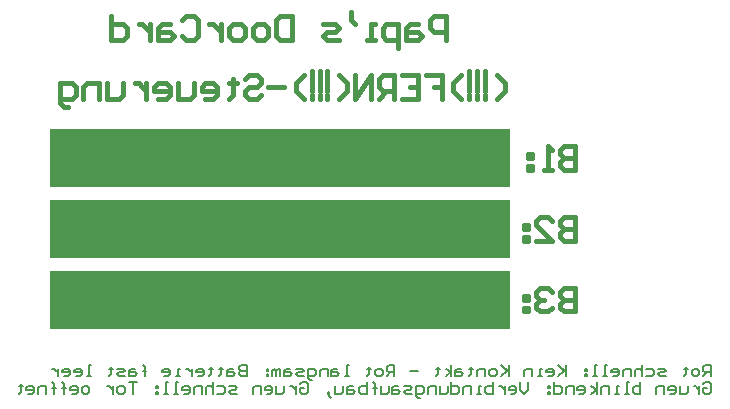
<source format=gbo>
G04*
G04 #@! TF.GenerationSoftware,Altium Limited,Altium Designer,19.0.15 (446)*
G04*
G04 Layer_Color=32896*
%FSLAX25Y25*%
%MOIN*%
G70*
G01*
G75*
%ADD15C,0.00787*%
%ADD53C,0.01575*%
%ADD64R,1.53543X0.19685*%
D15*
X229660Y15091D02*
X230316Y15747D01*
X231627D01*
X232283Y15091D01*
Y12467D01*
X231627Y11811D01*
X230316D01*
X229660Y12467D01*
Y13779D01*
X230972D01*
X228348Y14435D02*
Y11811D01*
Y13123D01*
X227692Y13779D01*
X227036Y14435D01*
X226380D01*
X224412D02*
Y12467D01*
X223756Y11811D01*
X221788D01*
Y14435D01*
X218508Y11811D02*
X219820D01*
X220476Y12467D01*
Y13779D01*
X219820Y14435D01*
X218508D01*
X217852Y13779D01*
Y13123D01*
X220476D01*
X216541Y11811D02*
Y14435D01*
X214573D01*
X213917Y13779D01*
Y11811D01*
X208669Y15747D02*
Y11811D01*
X206701D01*
X206045Y12467D01*
Y13123D01*
Y13779D01*
X206701Y14435D01*
X208669D01*
X204733Y11811D02*
X203421D01*
X204077D01*
Y15747D01*
X204733D01*
X201453Y11811D02*
X200142D01*
X200798D01*
Y14435D01*
X201453D01*
X198174Y11811D02*
Y14435D01*
X196206D01*
X195550Y13779D01*
Y11811D01*
X194238D02*
Y15747D01*
Y13123D02*
X192270Y14435D01*
X194238Y13123D02*
X192270Y11811D01*
X188334D02*
X189646D01*
X190302Y12467D01*
Y13779D01*
X189646Y14435D01*
X188334D01*
X187678Y13779D01*
Y13123D01*
X190302D01*
X186366Y11811D02*
Y14435D01*
X184399D01*
X183743Y13779D01*
Y11811D01*
X179807Y15747D02*
Y11811D01*
X181775D01*
X182431Y12467D01*
Y13779D01*
X181775Y14435D01*
X179807D01*
X178495D02*
X177839D01*
Y13779D01*
X178495D01*
Y14435D01*
Y12467D02*
X177839D01*
Y11811D01*
X178495D01*
Y12467D01*
X171280Y15747D02*
Y13123D01*
X169968Y11811D01*
X168656Y13123D01*
Y15747D01*
X165376Y11811D02*
X166688D01*
X167344Y12467D01*
Y13779D01*
X166688Y14435D01*
X165376D01*
X164720Y13779D01*
Y13123D01*
X167344D01*
X163408Y14435D02*
Y11811D01*
Y13123D01*
X162752Y13779D01*
X162096Y14435D01*
X161440D01*
X159472Y15747D02*
Y11811D01*
X157504D01*
X156849Y12467D01*
Y13123D01*
Y13779D01*
X157504Y14435D01*
X159472D01*
X155536Y11811D02*
X154225D01*
X154881D01*
Y14435D01*
X155536D01*
X152257Y11811D02*
Y14435D01*
X150289D01*
X149633Y13779D01*
Y11811D01*
X145697Y15747D02*
Y11811D01*
X147665D01*
X148321Y12467D01*
Y13779D01*
X147665Y14435D01*
X145697D01*
X144385D02*
Y12467D01*
X143729Y11811D01*
X141762D01*
Y14435D01*
X140450Y11811D02*
Y14435D01*
X138482D01*
X137826Y13779D01*
Y11811D01*
X135202Y10499D02*
X134546D01*
X133890Y11155D01*
Y14435D01*
X135858D01*
X136514Y13779D01*
Y12467D01*
X135858Y11811D01*
X133890D01*
X132578D02*
X130610D01*
X129954Y12467D01*
X130610Y13123D01*
X131922D01*
X132578Y13779D01*
X131922Y14435D01*
X129954D01*
X127986D02*
X126674D01*
X126019Y13779D01*
Y11811D01*
X127986D01*
X128642Y12467D01*
X127986Y13123D01*
X126019D01*
X124707Y14435D02*
Y12467D01*
X124051Y11811D01*
X122083D01*
Y14435D01*
X120115Y11811D02*
Y15091D01*
Y13779D01*
X120771D01*
X119459D01*
X120115D01*
Y15091D01*
X119459Y15747D01*
X117491D02*
Y11811D01*
X115523D01*
X114867Y12467D01*
Y13123D01*
Y13779D01*
X115523Y14435D01*
X117491D01*
X112899D02*
X111587D01*
X110932Y13779D01*
Y11811D01*
X112899D01*
X113555Y12467D01*
X112899Y13123D01*
X110932D01*
X109620Y14435D02*
Y12467D01*
X108964Y11811D01*
X106996D01*
Y14435D01*
X105028Y11155D02*
X104372Y11811D01*
Y12467D01*
X105028D01*
Y11811D01*
X104372D01*
X105028Y11155D01*
X105684Y10499D01*
X95188Y15091D02*
X95845Y15747D01*
X97156D01*
X97812Y15091D01*
Y12467D01*
X97156Y11811D01*
X95845D01*
X95188Y12467D01*
Y13779D01*
X96500D01*
X93877Y14435D02*
Y11811D01*
Y13123D01*
X93221Y13779D01*
X92565Y14435D01*
X91909D01*
X89941D02*
Y12467D01*
X89285Y11811D01*
X87317D01*
Y14435D01*
X84037Y11811D02*
X85349D01*
X86005Y12467D01*
Y13779D01*
X85349Y14435D01*
X84037D01*
X83381Y13779D01*
Y13123D01*
X86005D01*
X82069Y11811D02*
Y14435D01*
X80102D01*
X79446Y13779D01*
Y11811D01*
X74198D02*
X72230D01*
X71574Y12467D01*
X72230Y13123D01*
X73542D01*
X74198Y13779D01*
X73542Y14435D01*
X71574D01*
X67638D02*
X69606D01*
X70262Y13779D01*
Y12467D01*
X69606Y11811D01*
X67638D01*
X66326Y15747D02*
Y11811D01*
Y13779D01*
X65671Y14435D01*
X64359D01*
X63703Y13779D01*
Y11811D01*
X62391D02*
Y14435D01*
X60423D01*
X59767Y13779D01*
Y11811D01*
X56487D02*
X57799D01*
X58455Y12467D01*
Y13779D01*
X57799Y14435D01*
X56487D01*
X55831Y13779D01*
Y13123D01*
X58455D01*
X54519Y11811D02*
X53207D01*
X53863D01*
Y15747D01*
X54519D01*
X51239Y11811D02*
X49927D01*
X50583D01*
Y15747D01*
X51239D01*
X47960Y14435D02*
X47304D01*
Y13779D01*
X47960D01*
Y14435D01*
Y12467D02*
X47304D01*
Y11811D01*
X47960D01*
Y12467D01*
X40744Y15747D02*
X38120D01*
X39432D01*
Y11811D01*
X36152D02*
X34841D01*
X34185Y12467D01*
Y13779D01*
X34841Y14435D01*
X36152D01*
X36808Y13779D01*
Y12467D01*
X36152Y11811D01*
X32873Y14435D02*
Y11811D01*
Y13123D01*
X32217Y13779D01*
X31561Y14435D01*
X30905D01*
X24345Y11811D02*
X23033D01*
X22377Y12467D01*
Y13779D01*
X23033Y14435D01*
X24345D01*
X25001Y13779D01*
Y12467D01*
X24345Y11811D01*
X19098D02*
X20410D01*
X21065Y12467D01*
Y13779D01*
X20410Y14435D01*
X19098D01*
X18442Y13779D01*
Y13123D01*
X21065D01*
X16474Y11811D02*
Y15091D01*
Y13779D01*
X17130D01*
X15818D01*
X16474D01*
Y15091D01*
X15818Y15747D01*
X13194Y11811D02*
Y15091D01*
Y13779D01*
X13850D01*
X12538D01*
X13194D01*
Y15091D01*
X12538Y15747D01*
X10570Y11811D02*
Y14435D01*
X8602D01*
X7946Y13779D01*
Y11811D01*
X4667D02*
X5978D01*
X6634Y12467D01*
Y13779D01*
X5978Y14435D01*
X4667D01*
X4011Y13779D01*
Y13123D01*
X6634D01*
X2043Y15091D02*
Y14435D01*
X2699D01*
X1387D01*
X2043D01*
Y12467D01*
X1387Y11811D01*
X232283Y17717D02*
Y21652D01*
X230316D01*
X229660Y20996D01*
Y19684D01*
X230316Y19028D01*
X232283D01*
X230972D02*
X229660Y17717D01*
X227692D02*
X226380D01*
X225724Y18372D01*
Y19684D01*
X226380Y20340D01*
X227692D01*
X228348Y19684D01*
Y18372D01*
X227692Y17717D01*
X223756Y20996D02*
Y20340D01*
X224412D01*
X223100D01*
X223756D01*
Y18372D01*
X223100Y17717D01*
X217196D02*
X215229D01*
X214573Y18372D01*
X215229Y19028D01*
X216541D01*
X217196Y19684D01*
X216541Y20340D01*
X214573D01*
X210637D02*
X212605D01*
X213261Y19684D01*
Y18372D01*
X212605Y17717D01*
X210637D01*
X209325Y21652D02*
Y17717D01*
Y19684D01*
X208669Y20340D01*
X207357D01*
X206701Y19684D01*
Y17717D01*
X205389D02*
Y20340D01*
X203421D01*
X202765Y19684D01*
Y17717D01*
X199486D02*
X200798D01*
X201453Y18372D01*
Y19684D01*
X200798Y20340D01*
X199486D01*
X198830Y19684D01*
Y19028D01*
X201453D01*
X197518Y17717D02*
X196206D01*
X196862D01*
Y21652D01*
X197518D01*
X194238Y17717D02*
X192926D01*
X193582D01*
Y21652D01*
X194238D01*
X190958Y20340D02*
X190302D01*
Y19684D01*
X190958D01*
Y20340D01*
Y18372D02*
X190302D01*
Y17717D01*
X190958D01*
Y18372D01*
X183743Y21652D02*
Y17717D01*
Y19028D01*
X181119Y21652D01*
X183087Y19684D01*
X181119Y17717D01*
X177839D02*
X179151D01*
X179807Y18372D01*
Y19684D01*
X179151Y20340D01*
X177839D01*
X177183Y19684D01*
Y19028D01*
X179807D01*
X175871Y17717D02*
X174559D01*
X175215D01*
Y20340D01*
X175871D01*
X172591Y17717D02*
Y20340D01*
X170624D01*
X169968Y19684D01*
Y17717D01*
X164720Y21652D02*
Y17717D01*
Y19028D01*
X162096Y21652D01*
X164064Y19684D01*
X162096Y17717D01*
X160128D02*
X158816D01*
X158160Y18372D01*
Y19684D01*
X158816Y20340D01*
X160128D01*
X160784Y19684D01*
Y18372D01*
X160128Y17717D01*
X156849D02*
Y20340D01*
X154881D01*
X154225Y19684D01*
Y17717D01*
X152257Y20996D02*
Y20340D01*
X152913D01*
X151601D01*
X152257D01*
Y18372D01*
X151601Y17717D01*
X148977Y20340D02*
X147665D01*
X147009Y19684D01*
Y17717D01*
X148977D01*
X149633Y18372D01*
X148977Y19028D01*
X147009D01*
X145697Y17717D02*
Y21652D01*
Y19028D02*
X143729Y20340D01*
X145697Y19028D02*
X143729Y17717D01*
X141105Y20996D02*
Y20340D01*
X141762D01*
X140450D01*
X141105D01*
Y18372D01*
X140450Y17717D01*
X134546Y19684D02*
X131922D01*
X126674Y17717D02*
Y21652D01*
X124707D01*
X124051Y20996D01*
Y19684D01*
X124707Y19028D01*
X126674D01*
X125363D02*
X124051Y17717D01*
X122083D02*
X120771D01*
X120115Y18372D01*
Y19684D01*
X120771Y20340D01*
X122083D01*
X122739Y19684D01*
Y18372D01*
X122083Y17717D01*
X118147Y20996D02*
Y20340D01*
X118803D01*
X117491D01*
X118147D01*
Y18372D01*
X117491Y17717D01*
X111588D02*
X110275D01*
X110932D01*
Y21652D01*
X111588D01*
X107652Y20340D02*
X106340D01*
X105684Y19684D01*
Y17717D01*
X107652D01*
X108308Y18372D01*
X107652Y19028D01*
X105684D01*
X104372Y17717D02*
Y20340D01*
X102404D01*
X101748Y19684D01*
Y17717D01*
X99124Y16405D02*
X98468D01*
X97812Y17061D01*
Y20340D01*
X99780D01*
X100436Y19684D01*
Y18372D01*
X99780Y17717D01*
X97812D01*
X96500D02*
X94533D01*
X93877Y18372D01*
X94533Y19028D01*
X95845D01*
X96500Y19684D01*
X95845Y20340D01*
X93877D01*
X91909D02*
X90597D01*
X89941Y19684D01*
Y17717D01*
X91909D01*
X92565Y18372D01*
X91909Y19028D01*
X89941D01*
X88629Y17717D02*
Y20340D01*
X87973D01*
X87317Y19684D01*
Y17717D01*
Y19684D01*
X86661Y20340D01*
X86005Y19684D01*
Y17717D01*
X84693Y20340D02*
X84037D01*
Y19684D01*
X84693D01*
Y20340D01*
Y18372D02*
X84037D01*
Y17717D01*
X84693D01*
Y18372D01*
X77478Y21652D02*
Y17717D01*
X75510D01*
X74854Y18372D01*
Y19028D01*
X75510Y19684D01*
X77478D01*
X75510D01*
X74854Y20340D01*
Y20996D01*
X75510Y21652D01*
X77478D01*
X72886Y20340D02*
X71574D01*
X70918Y19684D01*
Y17717D01*
X72886D01*
X73542Y18372D01*
X72886Y19028D01*
X70918D01*
X68950Y20996D02*
Y20340D01*
X69606D01*
X68294D01*
X68950D01*
Y18372D01*
X68294Y17717D01*
X65671Y20996D02*
Y20340D01*
X66326D01*
X65014D01*
X65671D01*
Y18372D01*
X65014Y17717D01*
X61079D02*
X62391D01*
X63047Y18372D01*
Y19684D01*
X62391Y20340D01*
X61079D01*
X60423Y19684D01*
Y19028D01*
X63047D01*
X59111Y20340D02*
Y17717D01*
Y19028D01*
X58455Y19684D01*
X57799Y20340D01*
X57143D01*
X55175Y17717D02*
X53863D01*
X54519D01*
Y20340D01*
X55175D01*
X49928Y17717D02*
X51240D01*
X51895Y18372D01*
Y19684D01*
X51240Y20340D01*
X49928D01*
X49272Y19684D01*
Y19028D01*
X51895D01*
X43368Y17717D02*
Y20996D01*
Y19684D01*
X44024D01*
X42712D01*
X43368D01*
Y20996D01*
X42712Y21652D01*
X40088Y20340D02*
X38776D01*
X38120Y19684D01*
Y17717D01*
X40088D01*
X40744Y18372D01*
X40088Y19028D01*
X38120D01*
X36808Y17717D02*
X34841D01*
X34185Y18372D01*
X34841Y19028D01*
X36152D01*
X36808Y19684D01*
X36152Y20340D01*
X34185D01*
X32217Y20996D02*
Y20340D01*
X32873D01*
X31561D01*
X32217D01*
Y18372D01*
X31561Y17717D01*
X25657D02*
X24345D01*
X25001D01*
Y21652D01*
X25657D01*
X20410Y17717D02*
X21721D01*
X22377Y18372D01*
Y19684D01*
X21721Y20340D01*
X20410D01*
X19754Y19684D01*
Y19028D01*
X22377D01*
X16474Y17717D02*
X17786D01*
X18442Y18372D01*
Y19684D01*
X17786Y20340D01*
X16474D01*
X15818Y19684D01*
Y19028D01*
X18442D01*
X14506Y20340D02*
Y17717D01*
Y19028D01*
X13850Y19684D01*
X13194Y20340D01*
X12538D01*
D53*
X187008Y47242D02*
Y39370D01*
X183072D01*
X181760Y40682D01*
Y41994D01*
X183072Y43306D01*
X187008D01*
X183072D01*
X181760Y44618D01*
Y45930D01*
X183072Y47242D01*
X187008D01*
X179136Y45930D02*
X177824Y47242D01*
X175201D01*
X173889Y45930D01*
Y44618D01*
X175201Y43306D01*
X176513D01*
X175201D01*
X173889Y41994D01*
Y40682D01*
X175201Y39370D01*
X177824D01*
X179136Y40682D01*
X171265Y44618D02*
X169953D01*
Y43306D01*
X171265D01*
Y44618D01*
Y40682D02*
X169953D01*
Y39370D01*
X171265D01*
Y40682D01*
X187008Y70864D02*
Y62992D01*
X183072D01*
X181760Y64304D01*
Y65616D01*
X183072Y66928D01*
X187008D01*
X183072D01*
X181760Y68240D01*
Y69552D01*
X183072Y70864D01*
X187008D01*
X173889Y62992D02*
X179136D01*
X173889Y68240D01*
Y69552D01*
X175201Y70864D01*
X177824D01*
X179136Y69552D01*
X171265Y68240D02*
X169953D01*
Y66928D01*
X171265D01*
Y68240D01*
Y64304D02*
X169953D01*
Y62992D01*
X171265D01*
Y64304D01*
X187008Y94486D02*
Y86614D01*
X183072D01*
X181760Y87926D01*
Y89238D01*
X183072Y90550D01*
X187008D01*
X183072D01*
X181760Y91862D01*
Y93174D01*
X183072Y94486D01*
X187008D01*
X179136Y86614D02*
X176513D01*
X177824D01*
Y94486D01*
X179136Y93174D01*
X172577Y91862D02*
X171265D01*
Y90550D01*
X172577D01*
Y91862D01*
Y87926D02*
X171265D01*
Y86614D01*
X172577D01*
Y87926D01*
X160762Y110236D02*
X163386Y112860D01*
Y115484D01*
X160762Y118108D01*
X156826Y112860D02*
Y119420D01*
Y111548D02*
Y110236D01*
X154202Y112860D02*
Y119420D01*
Y111548D02*
Y110236D01*
X151579Y112860D02*
Y119420D01*
Y111548D02*
Y110236D01*
X148955D02*
X146331Y112860D01*
Y115484D01*
X148955Y118108D01*
X137148D02*
X142395D01*
Y114172D01*
X139771D01*
X142395D01*
Y110236D01*
X129276Y118108D02*
X134524D01*
Y110236D01*
X129276D01*
X134524Y114172D02*
X131900D01*
X126652Y110236D02*
Y118108D01*
X122717D01*
X121405Y116796D01*
Y114172D01*
X122717Y112860D01*
X126652D01*
X124029D02*
X121405Y110236D01*
X118781D02*
Y118108D01*
X113533Y110236D01*
Y118108D01*
X108285Y110236D02*
X110909Y112860D01*
Y115484D01*
X108285Y118108D01*
X104350Y112860D02*
Y119420D01*
Y111548D02*
Y110236D01*
X101726Y112860D02*
Y119420D01*
Y111548D02*
Y110236D01*
X99102Y112860D02*
Y119420D01*
Y111548D02*
Y110236D01*
X96478D02*
X93854Y112860D01*
Y115484D01*
X96478Y118108D01*
X89919Y114172D02*
X84671D01*
X76800Y116796D02*
X78111Y118108D01*
X80735D01*
X82047Y116796D01*
Y115484D01*
X80735Y114172D01*
X78111D01*
X76800Y112860D01*
Y111548D01*
X78111Y110236D01*
X80735D01*
X82047Y111548D01*
X72864Y116796D02*
Y115484D01*
X74176D01*
X71552D01*
X72864D01*
Y111548D01*
X71552Y110236D01*
X63680D02*
X66304D01*
X67616Y111548D01*
Y114172D01*
X66304Y115484D01*
X63680D01*
X62369Y114172D01*
Y112860D01*
X67616D01*
X59745Y115484D02*
Y111548D01*
X58433Y110236D01*
X54497D01*
Y115484D01*
X47938Y110236D02*
X50561D01*
X51873Y111548D01*
Y114172D01*
X50561Y115484D01*
X47938D01*
X46626Y114172D01*
Y112860D01*
X51873D01*
X44002Y115484D02*
Y110236D01*
Y112860D01*
X42690Y114172D01*
X41378Y115484D01*
X40066D01*
X36130D02*
Y111548D01*
X34818Y110236D01*
X30883D01*
Y115484D01*
X28259Y110236D02*
Y115484D01*
X24323D01*
X23011Y114172D01*
Y110236D01*
X17763Y107612D02*
X16452D01*
X15140Y108924D01*
Y115484D01*
X19075D01*
X20387Y114172D01*
Y111548D01*
X19075Y110236D01*
X15140D01*
X143701Y129921D02*
Y137793D01*
X139765D01*
X138453Y136481D01*
Y133857D01*
X139765Y132545D01*
X143701D01*
X134517Y135169D02*
X131894D01*
X130582Y133857D01*
Y129921D01*
X134517D01*
X135829Y131233D01*
X134517Y132545D01*
X130582D01*
X127958Y127297D02*
Y135169D01*
X124022D01*
X122710Y133857D01*
Y131233D01*
X124022Y129921D01*
X127958D01*
X120086D02*
X117463D01*
X118774D01*
Y135169D01*
X120086D01*
X112215Y139105D02*
Y136481D01*
X113527Y135169D01*
X108279Y129921D02*
X104343D01*
X103032Y131233D01*
X104343Y132545D01*
X106967D01*
X108279Y133857D01*
X106967Y135169D01*
X103032D01*
X92536Y137793D02*
Y129921D01*
X88600D01*
X87288Y131233D01*
Y136481D01*
X88600Y137793D01*
X92536D01*
X83353Y129921D02*
X80729D01*
X79417Y131233D01*
Y133857D01*
X80729Y135169D01*
X83353D01*
X84665Y133857D01*
Y131233D01*
X83353Y129921D01*
X75481D02*
X72857D01*
X71546Y131233D01*
Y133857D01*
X72857Y135169D01*
X75481D01*
X76793Y133857D01*
Y131233D01*
X75481Y129921D01*
X68922Y135169D02*
Y129921D01*
Y132545D01*
X67610Y133857D01*
X66298Y135169D01*
X64986D01*
X55803Y136481D02*
X57114Y137793D01*
X59738D01*
X61050Y136481D01*
Y131233D01*
X59738Y129921D01*
X57114D01*
X55803Y131233D01*
X51867Y135169D02*
X49243D01*
X47931Y133857D01*
Y129921D01*
X51867D01*
X53179Y131233D01*
X51867Y132545D01*
X47931D01*
X45307Y135169D02*
Y129921D01*
Y132545D01*
X43995Y133857D01*
X42684Y135169D01*
X41372D01*
X32188Y137793D02*
Y129921D01*
X36124D01*
X37436Y131233D01*
Y133857D01*
X36124Y135169D01*
X32188D01*
D64*
X88583Y43307D02*
D03*
Y66929D02*
D03*
Y90551D02*
D03*
M02*

</source>
